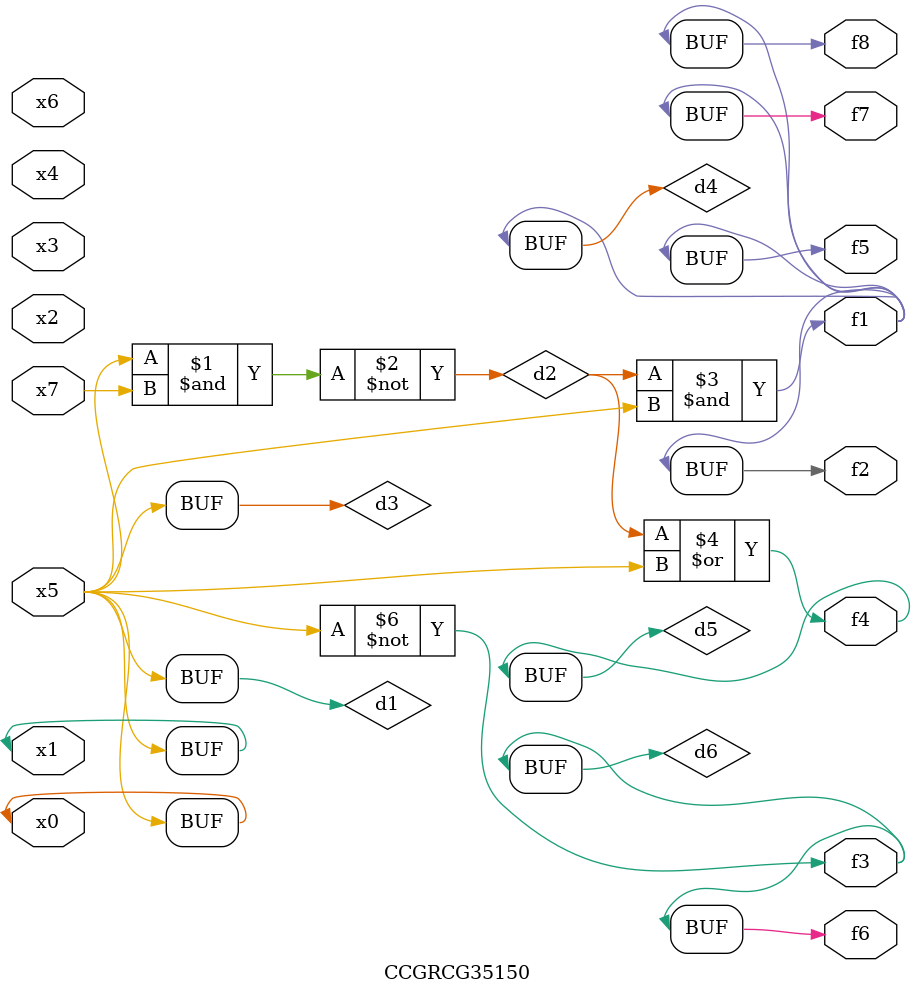
<source format=v>
module CCGRCG35150(
	input x0, x1, x2, x3, x4, x5, x6, x7,
	output f1, f2, f3, f4, f5, f6, f7, f8
);

	wire d1, d2, d3, d4, d5, d6;

	buf (d1, x0, x5);
	nand (d2, x5, x7);
	buf (d3, x0, x1);
	and (d4, d2, d3);
	or (d5, d2, d3);
	nor (d6, d1, d3);
	assign f1 = d4;
	assign f2 = d4;
	assign f3 = d6;
	assign f4 = d5;
	assign f5 = d4;
	assign f6 = d6;
	assign f7 = d4;
	assign f8 = d4;
endmodule

</source>
